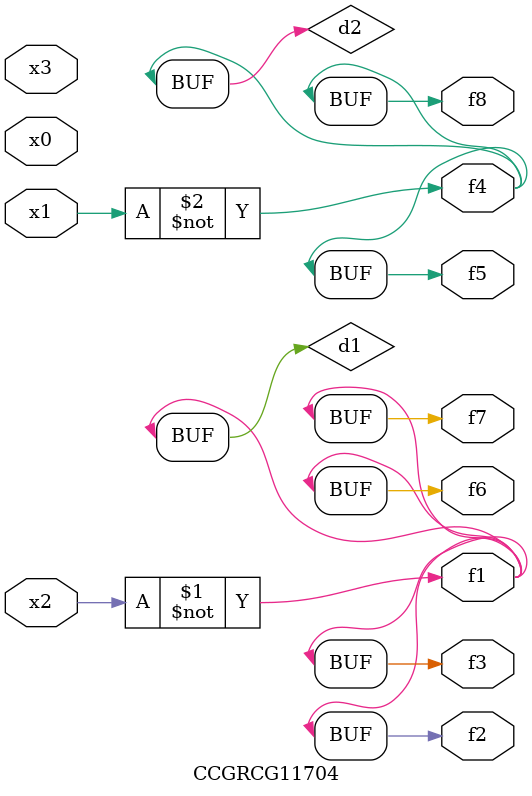
<source format=v>
module CCGRCG11704(
	input x0, x1, x2, x3,
	output f1, f2, f3, f4, f5, f6, f7, f8
);

	wire d1, d2;

	xnor (d1, x2);
	not (d2, x1);
	assign f1 = d1;
	assign f2 = d1;
	assign f3 = d1;
	assign f4 = d2;
	assign f5 = d2;
	assign f6 = d1;
	assign f7 = d1;
	assign f8 = d2;
endmodule

</source>
